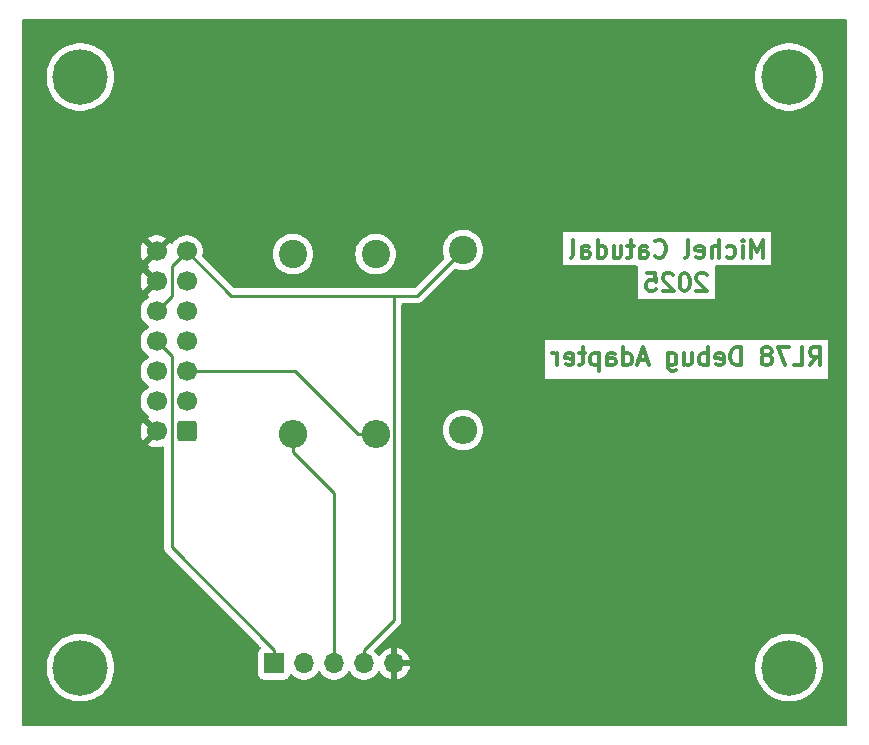
<source format=gbl>
G04 #@! TF.GenerationSoftware,KiCad,Pcbnew,8.0.6*
G04 #@! TF.CreationDate,2025-01-18T13:28:53-05:00*
G04 #@! TF.ProjectId,rl78_debug_adapter_rev5,726c3738-5f64-4656-9275-675f61646170,rev?*
G04 #@! TF.SameCoordinates,Original*
G04 #@! TF.FileFunction,Copper,L2,Bot*
G04 #@! TF.FilePolarity,Positive*
%FSLAX46Y46*%
G04 Gerber Fmt 4.6, Leading zero omitted, Abs format (unit mm)*
G04 Created by KiCad (PCBNEW 8.0.6) date 2025-01-18 13:28:53*
%MOMM*%
%LPD*%
G01*
G04 APERTURE LIST*
G04 Aperture macros list*
%AMRoundRect*
0 Rectangle with rounded corners*
0 $1 Rounding radius*
0 $2 $3 $4 $5 $6 $7 $8 $9 X,Y pos of 4 corners*
0 Add a 4 corners polygon primitive as box body*
4,1,4,$2,$3,$4,$5,$6,$7,$8,$9,$2,$3,0*
0 Add four circle primitives for the rounded corners*
1,1,$1+$1,$2,$3*
1,1,$1+$1,$4,$5*
1,1,$1+$1,$6,$7*
1,1,$1+$1,$8,$9*
0 Add four rect primitives between the rounded corners*
20,1,$1+$1,$2,$3,$4,$5,0*
20,1,$1+$1,$4,$5,$6,$7,0*
20,1,$1+$1,$6,$7,$8,$9,0*
20,1,$1+$1,$8,$9,$2,$3,0*%
G04 Aperture macros list end*
%ADD10C,0.300000*%
G04 #@! TA.AperFunction,NonConductor*
%ADD11C,0.300000*%
G04 #@! TD*
G04 #@! TA.AperFunction,ComponentPad*
%ADD12RoundRect,0.250000X0.600000X0.600000X-0.600000X0.600000X-0.600000X-0.600000X0.600000X-0.600000X0*%
G04 #@! TD*
G04 #@! TA.AperFunction,ComponentPad*
%ADD13C,1.700000*%
G04 #@! TD*
G04 #@! TA.AperFunction,ComponentPad*
%ADD14R,1.700000X1.700000*%
G04 #@! TD*
G04 #@! TA.AperFunction,ComponentPad*
%ADD15O,1.700000X1.700000*%
G04 #@! TD*
G04 #@! TA.AperFunction,ComponentPad*
%ADD16C,2.400000*%
G04 #@! TD*
G04 #@! TA.AperFunction,ComponentPad*
%ADD17O,2.400000X2.400000*%
G04 #@! TD*
G04 #@! TA.AperFunction,ComponentPad*
%ADD18C,4.700000*%
G04 #@! TD*
G04 #@! TA.AperFunction,Conductor*
%ADD19C,0.250000*%
G04 #@! TD*
G04 APERTURE END LIST*
D10*
D11*
X118021427Y-51771185D02*
X117949999Y-51699757D01*
X117949999Y-51699757D02*
X117807142Y-51628328D01*
X117807142Y-51628328D02*
X117449999Y-51628328D01*
X117449999Y-51628328D02*
X117307142Y-51699757D01*
X117307142Y-51699757D02*
X117235713Y-51771185D01*
X117235713Y-51771185D02*
X117164284Y-51914042D01*
X117164284Y-51914042D02*
X117164284Y-52056900D01*
X117164284Y-52056900D02*
X117235713Y-52271185D01*
X117235713Y-52271185D02*
X118092856Y-53128328D01*
X118092856Y-53128328D02*
X117164284Y-53128328D01*
X116235713Y-51628328D02*
X116092856Y-51628328D01*
X116092856Y-51628328D02*
X115949999Y-51699757D01*
X115949999Y-51699757D02*
X115878571Y-51771185D01*
X115878571Y-51771185D02*
X115807142Y-51914042D01*
X115807142Y-51914042D02*
X115735713Y-52199757D01*
X115735713Y-52199757D02*
X115735713Y-52556900D01*
X115735713Y-52556900D02*
X115807142Y-52842614D01*
X115807142Y-52842614D02*
X115878571Y-52985471D01*
X115878571Y-52985471D02*
X115949999Y-53056900D01*
X115949999Y-53056900D02*
X116092856Y-53128328D01*
X116092856Y-53128328D02*
X116235713Y-53128328D01*
X116235713Y-53128328D02*
X116378571Y-53056900D01*
X116378571Y-53056900D02*
X116449999Y-52985471D01*
X116449999Y-52985471D02*
X116521428Y-52842614D01*
X116521428Y-52842614D02*
X116592856Y-52556900D01*
X116592856Y-52556900D02*
X116592856Y-52199757D01*
X116592856Y-52199757D02*
X116521428Y-51914042D01*
X116521428Y-51914042D02*
X116449999Y-51771185D01*
X116449999Y-51771185D02*
X116378571Y-51699757D01*
X116378571Y-51699757D02*
X116235713Y-51628328D01*
X115164285Y-51771185D02*
X115092857Y-51699757D01*
X115092857Y-51699757D02*
X114950000Y-51628328D01*
X114950000Y-51628328D02*
X114592857Y-51628328D01*
X114592857Y-51628328D02*
X114450000Y-51699757D01*
X114450000Y-51699757D02*
X114378571Y-51771185D01*
X114378571Y-51771185D02*
X114307142Y-51914042D01*
X114307142Y-51914042D02*
X114307142Y-52056900D01*
X114307142Y-52056900D02*
X114378571Y-52271185D01*
X114378571Y-52271185D02*
X115235714Y-53128328D01*
X115235714Y-53128328D02*
X114307142Y-53128328D01*
X112950000Y-51628328D02*
X113664286Y-51628328D01*
X113664286Y-51628328D02*
X113735714Y-52342614D01*
X113735714Y-52342614D02*
X113664286Y-52271185D01*
X113664286Y-52271185D02*
X113521429Y-52199757D01*
X113521429Y-52199757D02*
X113164286Y-52199757D01*
X113164286Y-52199757D02*
X113021429Y-52271185D01*
X113021429Y-52271185D02*
X112950000Y-52342614D01*
X112950000Y-52342614D02*
X112878571Y-52485471D01*
X112878571Y-52485471D02*
X112878571Y-52842614D01*
X112878571Y-52842614D02*
X112950000Y-52985471D01*
X112950000Y-52985471D02*
X113021429Y-53056900D01*
X113021429Y-53056900D02*
X113164286Y-53128328D01*
X113164286Y-53128328D02*
X113521429Y-53128328D01*
X113521429Y-53128328D02*
X113664286Y-53056900D01*
X113664286Y-53056900D02*
X113735714Y-52985471D01*
D10*
D11*
X126751542Y-59395928D02*
X127251542Y-58681642D01*
X127608685Y-59395928D02*
X127608685Y-57895928D01*
X127608685Y-57895928D02*
X127037256Y-57895928D01*
X127037256Y-57895928D02*
X126894399Y-57967357D01*
X126894399Y-57967357D02*
X126822970Y-58038785D01*
X126822970Y-58038785D02*
X126751542Y-58181642D01*
X126751542Y-58181642D02*
X126751542Y-58395928D01*
X126751542Y-58395928D02*
X126822970Y-58538785D01*
X126822970Y-58538785D02*
X126894399Y-58610214D01*
X126894399Y-58610214D02*
X127037256Y-58681642D01*
X127037256Y-58681642D02*
X127608685Y-58681642D01*
X125394399Y-59395928D02*
X126108685Y-59395928D01*
X126108685Y-59395928D02*
X126108685Y-57895928D01*
X125037256Y-57895928D02*
X124037256Y-57895928D01*
X124037256Y-57895928D02*
X124680113Y-59395928D01*
X123251542Y-58538785D02*
X123394399Y-58467357D01*
X123394399Y-58467357D02*
X123465828Y-58395928D01*
X123465828Y-58395928D02*
X123537256Y-58253071D01*
X123537256Y-58253071D02*
X123537256Y-58181642D01*
X123537256Y-58181642D02*
X123465828Y-58038785D01*
X123465828Y-58038785D02*
X123394399Y-57967357D01*
X123394399Y-57967357D02*
X123251542Y-57895928D01*
X123251542Y-57895928D02*
X122965828Y-57895928D01*
X122965828Y-57895928D02*
X122822971Y-57967357D01*
X122822971Y-57967357D02*
X122751542Y-58038785D01*
X122751542Y-58038785D02*
X122680113Y-58181642D01*
X122680113Y-58181642D02*
X122680113Y-58253071D01*
X122680113Y-58253071D02*
X122751542Y-58395928D01*
X122751542Y-58395928D02*
X122822971Y-58467357D01*
X122822971Y-58467357D02*
X122965828Y-58538785D01*
X122965828Y-58538785D02*
X123251542Y-58538785D01*
X123251542Y-58538785D02*
X123394399Y-58610214D01*
X123394399Y-58610214D02*
X123465828Y-58681642D01*
X123465828Y-58681642D02*
X123537256Y-58824500D01*
X123537256Y-58824500D02*
X123537256Y-59110214D01*
X123537256Y-59110214D02*
X123465828Y-59253071D01*
X123465828Y-59253071D02*
X123394399Y-59324500D01*
X123394399Y-59324500D02*
X123251542Y-59395928D01*
X123251542Y-59395928D02*
X122965828Y-59395928D01*
X122965828Y-59395928D02*
X122822971Y-59324500D01*
X122822971Y-59324500D02*
X122751542Y-59253071D01*
X122751542Y-59253071D02*
X122680113Y-59110214D01*
X122680113Y-59110214D02*
X122680113Y-58824500D01*
X122680113Y-58824500D02*
X122751542Y-58681642D01*
X122751542Y-58681642D02*
X122822971Y-58610214D01*
X122822971Y-58610214D02*
X122965828Y-58538785D01*
X120894400Y-59395928D02*
X120894400Y-57895928D01*
X120894400Y-57895928D02*
X120537257Y-57895928D01*
X120537257Y-57895928D02*
X120322971Y-57967357D01*
X120322971Y-57967357D02*
X120180114Y-58110214D01*
X120180114Y-58110214D02*
X120108685Y-58253071D01*
X120108685Y-58253071D02*
X120037257Y-58538785D01*
X120037257Y-58538785D02*
X120037257Y-58753071D01*
X120037257Y-58753071D02*
X120108685Y-59038785D01*
X120108685Y-59038785D02*
X120180114Y-59181642D01*
X120180114Y-59181642D02*
X120322971Y-59324500D01*
X120322971Y-59324500D02*
X120537257Y-59395928D01*
X120537257Y-59395928D02*
X120894400Y-59395928D01*
X118822971Y-59324500D02*
X118965828Y-59395928D01*
X118965828Y-59395928D02*
X119251543Y-59395928D01*
X119251543Y-59395928D02*
X119394400Y-59324500D01*
X119394400Y-59324500D02*
X119465828Y-59181642D01*
X119465828Y-59181642D02*
X119465828Y-58610214D01*
X119465828Y-58610214D02*
X119394400Y-58467357D01*
X119394400Y-58467357D02*
X119251543Y-58395928D01*
X119251543Y-58395928D02*
X118965828Y-58395928D01*
X118965828Y-58395928D02*
X118822971Y-58467357D01*
X118822971Y-58467357D02*
X118751543Y-58610214D01*
X118751543Y-58610214D02*
X118751543Y-58753071D01*
X118751543Y-58753071D02*
X119465828Y-58895928D01*
X118108686Y-59395928D02*
X118108686Y-57895928D01*
X118108686Y-58467357D02*
X117965829Y-58395928D01*
X117965829Y-58395928D02*
X117680114Y-58395928D01*
X117680114Y-58395928D02*
X117537257Y-58467357D01*
X117537257Y-58467357D02*
X117465829Y-58538785D01*
X117465829Y-58538785D02*
X117394400Y-58681642D01*
X117394400Y-58681642D02*
X117394400Y-59110214D01*
X117394400Y-59110214D02*
X117465829Y-59253071D01*
X117465829Y-59253071D02*
X117537257Y-59324500D01*
X117537257Y-59324500D02*
X117680114Y-59395928D01*
X117680114Y-59395928D02*
X117965829Y-59395928D01*
X117965829Y-59395928D02*
X118108686Y-59324500D01*
X116108686Y-58395928D02*
X116108686Y-59395928D01*
X116751543Y-58395928D02*
X116751543Y-59181642D01*
X116751543Y-59181642D02*
X116680114Y-59324500D01*
X116680114Y-59324500D02*
X116537257Y-59395928D01*
X116537257Y-59395928D02*
X116322971Y-59395928D01*
X116322971Y-59395928D02*
X116180114Y-59324500D01*
X116180114Y-59324500D02*
X116108686Y-59253071D01*
X114751543Y-58395928D02*
X114751543Y-59610214D01*
X114751543Y-59610214D02*
X114822971Y-59753071D01*
X114822971Y-59753071D02*
X114894400Y-59824500D01*
X114894400Y-59824500D02*
X115037257Y-59895928D01*
X115037257Y-59895928D02*
X115251543Y-59895928D01*
X115251543Y-59895928D02*
X115394400Y-59824500D01*
X114751543Y-59324500D02*
X114894400Y-59395928D01*
X114894400Y-59395928D02*
X115180114Y-59395928D01*
X115180114Y-59395928D02*
X115322971Y-59324500D01*
X115322971Y-59324500D02*
X115394400Y-59253071D01*
X115394400Y-59253071D02*
X115465828Y-59110214D01*
X115465828Y-59110214D02*
X115465828Y-58681642D01*
X115465828Y-58681642D02*
X115394400Y-58538785D01*
X115394400Y-58538785D02*
X115322971Y-58467357D01*
X115322971Y-58467357D02*
X115180114Y-58395928D01*
X115180114Y-58395928D02*
X114894400Y-58395928D01*
X114894400Y-58395928D02*
X114751543Y-58467357D01*
X112965828Y-58967357D02*
X112251543Y-58967357D01*
X113108685Y-59395928D02*
X112608685Y-57895928D01*
X112608685Y-57895928D02*
X112108685Y-59395928D01*
X110965829Y-59395928D02*
X110965829Y-57895928D01*
X110965829Y-59324500D02*
X111108686Y-59395928D01*
X111108686Y-59395928D02*
X111394400Y-59395928D01*
X111394400Y-59395928D02*
X111537257Y-59324500D01*
X111537257Y-59324500D02*
X111608686Y-59253071D01*
X111608686Y-59253071D02*
X111680114Y-59110214D01*
X111680114Y-59110214D02*
X111680114Y-58681642D01*
X111680114Y-58681642D02*
X111608686Y-58538785D01*
X111608686Y-58538785D02*
X111537257Y-58467357D01*
X111537257Y-58467357D02*
X111394400Y-58395928D01*
X111394400Y-58395928D02*
X111108686Y-58395928D01*
X111108686Y-58395928D02*
X110965829Y-58467357D01*
X109608686Y-59395928D02*
X109608686Y-58610214D01*
X109608686Y-58610214D02*
X109680114Y-58467357D01*
X109680114Y-58467357D02*
X109822971Y-58395928D01*
X109822971Y-58395928D02*
X110108686Y-58395928D01*
X110108686Y-58395928D02*
X110251543Y-58467357D01*
X109608686Y-59324500D02*
X109751543Y-59395928D01*
X109751543Y-59395928D02*
X110108686Y-59395928D01*
X110108686Y-59395928D02*
X110251543Y-59324500D01*
X110251543Y-59324500D02*
X110322971Y-59181642D01*
X110322971Y-59181642D02*
X110322971Y-59038785D01*
X110322971Y-59038785D02*
X110251543Y-58895928D01*
X110251543Y-58895928D02*
X110108686Y-58824500D01*
X110108686Y-58824500D02*
X109751543Y-58824500D01*
X109751543Y-58824500D02*
X109608686Y-58753071D01*
X108894400Y-58395928D02*
X108894400Y-59895928D01*
X108894400Y-58467357D02*
X108751543Y-58395928D01*
X108751543Y-58395928D02*
X108465828Y-58395928D01*
X108465828Y-58395928D02*
X108322971Y-58467357D01*
X108322971Y-58467357D02*
X108251543Y-58538785D01*
X108251543Y-58538785D02*
X108180114Y-58681642D01*
X108180114Y-58681642D02*
X108180114Y-59110214D01*
X108180114Y-59110214D02*
X108251543Y-59253071D01*
X108251543Y-59253071D02*
X108322971Y-59324500D01*
X108322971Y-59324500D02*
X108465828Y-59395928D01*
X108465828Y-59395928D02*
X108751543Y-59395928D01*
X108751543Y-59395928D02*
X108894400Y-59324500D01*
X107751542Y-58395928D02*
X107180114Y-58395928D01*
X107537257Y-57895928D02*
X107537257Y-59181642D01*
X107537257Y-59181642D02*
X107465828Y-59324500D01*
X107465828Y-59324500D02*
X107322971Y-59395928D01*
X107322971Y-59395928D02*
X107180114Y-59395928D01*
X106108685Y-59324500D02*
X106251542Y-59395928D01*
X106251542Y-59395928D02*
X106537257Y-59395928D01*
X106537257Y-59395928D02*
X106680114Y-59324500D01*
X106680114Y-59324500D02*
X106751542Y-59181642D01*
X106751542Y-59181642D02*
X106751542Y-58610214D01*
X106751542Y-58610214D02*
X106680114Y-58467357D01*
X106680114Y-58467357D02*
X106537257Y-58395928D01*
X106537257Y-58395928D02*
X106251542Y-58395928D01*
X106251542Y-58395928D02*
X106108685Y-58467357D01*
X106108685Y-58467357D02*
X106037257Y-58610214D01*
X106037257Y-58610214D02*
X106037257Y-58753071D01*
X106037257Y-58753071D02*
X106751542Y-58895928D01*
X105394400Y-59395928D02*
X105394400Y-58395928D01*
X105394400Y-58681642D02*
X105322971Y-58538785D01*
X105322971Y-58538785D02*
X105251543Y-58467357D01*
X105251543Y-58467357D02*
X105108685Y-58395928D01*
X105108685Y-58395928D02*
X104965828Y-58395928D01*
D10*
D11*
X122796428Y-50278328D02*
X122796428Y-48778328D01*
X122796428Y-48778328D02*
X122296428Y-49849757D01*
X122296428Y-49849757D02*
X121796428Y-48778328D01*
X121796428Y-48778328D02*
X121796428Y-50278328D01*
X121082142Y-50278328D02*
X121082142Y-49278328D01*
X121082142Y-48778328D02*
X121153570Y-48849757D01*
X121153570Y-48849757D02*
X121082142Y-48921185D01*
X121082142Y-48921185D02*
X121010713Y-48849757D01*
X121010713Y-48849757D02*
X121082142Y-48778328D01*
X121082142Y-48778328D02*
X121082142Y-48921185D01*
X119724999Y-50206900D02*
X119867856Y-50278328D01*
X119867856Y-50278328D02*
X120153570Y-50278328D01*
X120153570Y-50278328D02*
X120296427Y-50206900D01*
X120296427Y-50206900D02*
X120367856Y-50135471D01*
X120367856Y-50135471D02*
X120439284Y-49992614D01*
X120439284Y-49992614D02*
X120439284Y-49564042D01*
X120439284Y-49564042D02*
X120367856Y-49421185D01*
X120367856Y-49421185D02*
X120296427Y-49349757D01*
X120296427Y-49349757D02*
X120153570Y-49278328D01*
X120153570Y-49278328D02*
X119867856Y-49278328D01*
X119867856Y-49278328D02*
X119724999Y-49349757D01*
X119082142Y-50278328D02*
X119082142Y-48778328D01*
X118439285Y-50278328D02*
X118439285Y-49492614D01*
X118439285Y-49492614D02*
X118510713Y-49349757D01*
X118510713Y-49349757D02*
X118653570Y-49278328D01*
X118653570Y-49278328D02*
X118867856Y-49278328D01*
X118867856Y-49278328D02*
X119010713Y-49349757D01*
X119010713Y-49349757D02*
X119082142Y-49421185D01*
X117153570Y-50206900D02*
X117296427Y-50278328D01*
X117296427Y-50278328D02*
X117582142Y-50278328D01*
X117582142Y-50278328D02*
X117724999Y-50206900D01*
X117724999Y-50206900D02*
X117796427Y-50064042D01*
X117796427Y-50064042D02*
X117796427Y-49492614D01*
X117796427Y-49492614D02*
X117724999Y-49349757D01*
X117724999Y-49349757D02*
X117582142Y-49278328D01*
X117582142Y-49278328D02*
X117296427Y-49278328D01*
X117296427Y-49278328D02*
X117153570Y-49349757D01*
X117153570Y-49349757D02*
X117082142Y-49492614D01*
X117082142Y-49492614D02*
X117082142Y-49635471D01*
X117082142Y-49635471D02*
X117796427Y-49778328D01*
X116224999Y-50278328D02*
X116367856Y-50206900D01*
X116367856Y-50206900D02*
X116439285Y-50064042D01*
X116439285Y-50064042D02*
X116439285Y-48778328D01*
X113653571Y-50135471D02*
X113724999Y-50206900D01*
X113724999Y-50206900D02*
X113939285Y-50278328D01*
X113939285Y-50278328D02*
X114082142Y-50278328D01*
X114082142Y-50278328D02*
X114296428Y-50206900D01*
X114296428Y-50206900D02*
X114439285Y-50064042D01*
X114439285Y-50064042D02*
X114510714Y-49921185D01*
X114510714Y-49921185D02*
X114582142Y-49635471D01*
X114582142Y-49635471D02*
X114582142Y-49421185D01*
X114582142Y-49421185D02*
X114510714Y-49135471D01*
X114510714Y-49135471D02*
X114439285Y-48992614D01*
X114439285Y-48992614D02*
X114296428Y-48849757D01*
X114296428Y-48849757D02*
X114082142Y-48778328D01*
X114082142Y-48778328D02*
X113939285Y-48778328D01*
X113939285Y-48778328D02*
X113724999Y-48849757D01*
X113724999Y-48849757D02*
X113653571Y-48921185D01*
X112367857Y-50278328D02*
X112367857Y-49492614D01*
X112367857Y-49492614D02*
X112439285Y-49349757D01*
X112439285Y-49349757D02*
X112582142Y-49278328D01*
X112582142Y-49278328D02*
X112867857Y-49278328D01*
X112867857Y-49278328D02*
X113010714Y-49349757D01*
X112367857Y-50206900D02*
X112510714Y-50278328D01*
X112510714Y-50278328D02*
X112867857Y-50278328D01*
X112867857Y-50278328D02*
X113010714Y-50206900D01*
X113010714Y-50206900D02*
X113082142Y-50064042D01*
X113082142Y-50064042D02*
X113082142Y-49921185D01*
X113082142Y-49921185D02*
X113010714Y-49778328D01*
X113010714Y-49778328D02*
X112867857Y-49706900D01*
X112867857Y-49706900D02*
X112510714Y-49706900D01*
X112510714Y-49706900D02*
X112367857Y-49635471D01*
X111867856Y-49278328D02*
X111296428Y-49278328D01*
X111653571Y-48778328D02*
X111653571Y-50064042D01*
X111653571Y-50064042D02*
X111582142Y-50206900D01*
X111582142Y-50206900D02*
X111439285Y-50278328D01*
X111439285Y-50278328D02*
X111296428Y-50278328D01*
X110153571Y-49278328D02*
X110153571Y-50278328D01*
X110796428Y-49278328D02*
X110796428Y-50064042D01*
X110796428Y-50064042D02*
X110724999Y-50206900D01*
X110724999Y-50206900D02*
X110582142Y-50278328D01*
X110582142Y-50278328D02*
X110367856Y-50278328D01*
X110367856Y-50278328D02*
X110224999Y-50206900D01*
X110224999Y-50206900D02*
X110153571Y-50135471D01*
X108796428Y-50278328D02*
X108796428Y-48778328D01*
X108796428Y-50206900D02*
X108939285Y-50278328D01*
X108939285Y-50278328D02*
X109224999Y-50278328D01*
X109224999Y-50278328D02*
X109367856Y-50206900D01*
X109367856Y-50206900D02*
X109439285Y-50135471D01*
X109439285Y-50135471D02*
X109510713Y-49992614D01*
X109510713Y-49992614D02*
X109510713Y-49564042D01*
X109510713Y-49564042D02*
X109439285Y-49421185D01*
X109439285Y-49421185D02*
X109367856Y-49349757D01*
X109367856Y-49349757D02*
X109224999Y-49278328D01*
X109224999Y-49278328D02*
X108939285Y-49278328D01*
X108939285Y-49278328D02*
X108796428Y-49349757D01*
X107439285Y-50278328D02*
X107439285Y-49492614D01*
X107439285Y-49492614D02*
X107510713Y-49349757D01*
X107510713Y-49349757D02*
X107653570Y-49278328D01*
X107653570Y-49278328D02*
X107939285Y-49278328D01*
X107939285Y-49278328D02*
X108082142Y-49349757D01*
X107439285Y-50206900D02*
X107582142Y-50278328D01*
X107582142Y-50278328D02*
X107939285Y-50278328D01*
X107939285Y-50278328D02*
X108082142Y-50206900D01*
X108082142Y-50206900D02*
X108153570Y-50064042D01*
X108153570Y-50064042D02*
X108153570Y-49921185D01*
X108153570Y-49921185D02*
X108082142Y-49778328D01*
X108082142Y-49778328D02*
X107939285Y-49706900D01*
X107939285Y-49706900D02*
X107582142Y-49706900D01*
X107582142Y-49706900D02*
X107439285Y-49635471D01*
X106510713Y-50278328D02*
X106653570Y-50206900D01*
X106653570Y-50206900D02*
X106724999Y-50064042D01*
X106724999Y-50064042D02*
X106724999Y-48778328D01*
D12*
X74000000Y-65000000D03*
D13*
X71460000Y-65000000D03*
X74000000Y-62460000D03*
X71460000Y-62460000D03*
X74000000Y-59920000D03*
X71460000Y-59920000D03*
X74000000Y-57380000D03*
X71460000Y-57380000D03*
X74000000Y-54840000D03*
X71460000Y-54840000D03*
X74000000Y-52300000D03*
X71460000Y-52300000D03*
X74000000Y-49760000D03*
X71460000Y-49760000D03*
D14*
X81400000Y-84650000D03*
D15*
X83940000Y-84650000D03*
X86480000Y-84650000D03*
X89020000Y-84650000D03*
X91560000Y-84650000D03*
D16*
X90000000Y-50000000D03*
D17*
X90000000Y-65240000D03*
D16*
X83000000Y-50000000D03*
D17*
X83000000Y-65240000D03*
D16*
X97400000Y-49650000D03*
D17*
X97400000Y-64890000D03*
D18*
X125000000Y-85000000D03*
X65000000Y-35000000D03*
X65000000Y-85000000D03*
X125000000Y-35000000D03*
D19*
X72730000Y-74803300D02*
X72730000Y-58650000D01*
X81400000Y-84650000D02*
X81400000Y-83473300D01*
X81400000Y-83473300D02*
X72730000Y-74803300D01*
X72730000Y-58650000D02*
X71460000Y-57380000D01*
X90000000Y-65240000D02*
X88473300Y-65240000D01*
X83153300Y-59920000D02*
X74000000Y-59920000D01*
X88473300Y-65240000D02*
X83153300Y-59920000D01*
X83000000Y-66766700D02*
X86480000Y-70246700D01*
X83000000Y-65240000D02*
X83000000Y-66766700D01*
X86480000Y-70246700D02*
X86480000Y-84650000D01*
X97400000Y-49650000D02*
X93525000Y-53525000D01*
X89020000Y-83473300D02*
X91554100Y-80939200D01*
X74000000Y-49760000D02*
X72730000Y-51030000D01*
X93525000Y-53525000D02*
X91554100Y-53525000D01*
X72730000Y-53570000D02*
X71460000Y-54840000D01*
X91554100Y-80939200D02*
X91554100Y-53525000D01*
X72730000Y-51030000D02*
X72730000Y-53570000D01*
X91554100Y-53525000D02*
X77765000Y-53525000D01*
X77765000Y-53525000D02*
X74000000Y-49760000D01*
X89020000Y-84650000D02*
X89020000Y-83473300D01*
G04 #@! TA.AperFunction,Conductor*
G36*
X129866621Y-30095502D02*
G01*
X129913114Y-30149158D01*
X129924500Y-30201500D01*
X129924500Y-89798500D01*
X129904498Y-89866621D01*
X129850842Y-89913114D01*
X129798500Y-89924500D01*
X60201500Y-89924500D01*
X60133379Y-89904498D01*
X60086886Y-89850842D01*
X60075500Y-89798500D01*
X60075500Y-85000000D01*
X62136656Y-85000000D01*
X62156016Y-85332403D01*
X62156016Y-85332409D01*
X62156017Y-85332414D01*
X62213838Y-85660333D01*
X62309337Y-85979321D01*
X62309339Y-85979327D01*
X62309340Y-85979328D01*
X62441220Y-86285063D01*
X62441222Y-86285066D01*
X62607711Y-86573433D01*
X62607714Y-86573437D01*
X62806552Y-86840523D01*
X63035057Y-87082724D01*
X63290134Y-87296758D01*
X63568320Y-87479724D01*
X63568328Y-87479729D01*
X63865887Y-87629169D01*
X64022335Y-87686111D01*
X64178775Y-87743051D01*
X64178776Y-87743051D01*
X64178784Y-87743054D01*
X64502786Y-87819843D01*
X64691771Y-87841932D01*
X64833508Y-87858500D01*
X64833511Y-87858500D01*
X65166492Y-87858500D01*
X65290510Y-87844003D01*
X65497214Y-87819843D01*
X65821216Y-87743054D01*
X66134113Y-87629169D01*
X66431672Y-87479729D01*
X66709870Y-87296755D01*
X66964946Y-87082721D01*
X67193449Y-86840522D01*
X67392289Y-86573433D01*
X67558778Y-86285066D01*
X67690663Y-85979321D01*
X67786162Y-85660333D01*
X67843983Y-85332414D01*
X67863344Y-85000000D01*
X67843983Y-84667586D01*
X67786162Y-84339667D01*
X67690663Y-84020679D01*
X67558778Y-83714934D01*
X67392289Y-83426567D01*
X67193449Y-83159478D01*
X66964946Y-82917279D01*
X66964944Y-82917278D01*
X66964942Y-82917275D01*
X66709865Y-82703241D01*
X66431679Y-82520275D01*
X66431675Y-82520273D01*
X66431672Y-82520271D01*
X66134113Y-82370831D01*
X66134108Y-82370829D01*
X66134103Y-82370827D01*
X65821224Y-82256948D01*
X65821217Y-82256946D01*
X65821216Y-82256946D01*
X65639258Y-82213821D01*
X65497219Y-82180158D01*
X65497209Y-82180156D01*
X65166492Y-82141500D01*
X65166489Y-82141500D01*
X64833511Y-82141500D01*
X64833508Y-82141500D01*
X64502790Y-82180156D01*
X64502780Y-82180158D01*
X64178784Y-82256946D01*
X64178775Y-82256948D01*
X63865896Y-82370827D01*
X63865891Y-82370829D01*
X63568320Y-82520275D01*
X63290134Y-82703241D01*
X63035057Y-82917275D01*
X62806552Y-83159476D01*
X62607714Y-83426562D01*
X62607704Y-83426578D01*
X62441223Y-83714931D01*
X62441220Y-83714936D01*
X62309340Y-84020671D01*
X62309338Y-84020677D01*
X62213838Y-84339666D01*
X62156016Y-84667590D01*
X62156016Y-84667596D01*
X62136656Y-85000000D01*
X60075500Y-85000000D01*
X60075500Y-54840000D01*
X70096844Y-54840000D01*
X70115437Y-55064375D01*
X70170702Y-55282612D01*
X70170703Y-55282613D01*
X70261141Y-55488793D01*
X70384275Y-55677265D01*
X70384279Y-55677270D01*
X70536762Y-55842908D01*
X70591331Y-55885381D01*
X70714424Y-55981189D01*
X70747680Y-55999186D01*
X70798071Y-56049200D01*
X70813423Y-56118516D01*
X70788862Y-56185129D01*
X70747680Y-56220813D01*
X70714426Y-56238810D01*
X70714424Y-56238811D01*
X70536762Y-56377091D01*
X70384279Y-56542729D01*
X70384275Y-56542734D01*
X70261141Y-56731206D01*
X70170703Y-56937386D01*
X70170702Y-56937387D01*
X70115437Y-57155624D01*
X70115436Y-57155630D01*
X70115436Y-57155632D01*
X70096844Y-57380000D01*
X70115437Y-57604375D01*
X70170702Y-57822612D01*
X70170703Y-57822613D01*
X70261141Y-58028793D01*
X70384275Y-58217265D01*
X70384279Y-58217270D01*
X70536762Y-58382908D01*
X70591331Y-58425381D01*
X70714424Y-58521189D01*
X70747680Y-58539186D01*
X70798071Y-58589200D01*
X70813423Y-58658516D01*
X70788862Y-58725129D01*
X70747680Y-58760813D01*
X70714426Y-58778810D01*
X70714424Y-58778811D01*
X70536762Y-58917091D01*
X70384279Y-59082729D01*
X70384275Y-59082734D01*
X70261141Y-59271206D01*
X70170703Y-59477386D01*
X70170702Y-59477387D01*
X70115437Y-59695624D01*
X70096844Y-59920000D01*
X70115437Y-60144375D01*
X70170702Y-60362612D01*
X70170703Y-60362613D01*
X70261141Y-60568793D01*
X70384275Y-60757265D01*
X70384279Y-60757270D01*
X70536762Y-60922908D01*
X70591331Y-60965381D01*
X70714424Y-61061189D01*
X70747680Y-61079186D01*
X70798071Y-61129200D01*
X70813423Y-61198516D01*
X70788862Y-61265129D01*
X70747680Y-61300813D01*
X70714426Y-61318810D01*
X70714424Y-61318811D01*
X70536762Y-61457091D01*
X70384279Y-61622729D01*
X70384275Y-61622734D01*
X70261141Y-61811206D01*
X70170703Y-62017386D01*
X70170702Y-62017387D01*
X70115437Y-62235624D01*
X70096844Y-62460000D01*
X70115437Y-62684375D01*
X70170702Y-62902612D01*
X70170703Y-62902613D01*
X70261141Y-63108793D01*
X70384275Y-63297265D01*
X70384279Y-63297270D01*
X70536762Y-63462908D01*
X70536765Y-63462910D01*
X70714424Y-63601189D01*
X70748205Y-63619470D01*
X70798596Y-63669482D01*
X70813949Y-63738799D01*
X70789389Y-63805412D01*
X70748208Y-63841097D01*
X70714700Y-63859230D01*
X70714693Y-63859235D01*
X70694311Y-63875099D01*
X70694310Y-63875100D01*
X71335052Y-64515842D01*
X71267007Y-64534075D01*
X71152993Y-64599901D01*
X71059901Y-64692993D01*
X70994075Y-64807007D01*
X70975842Y-64875052D01*
X70336921Y-64236131D01*
X70336920Y-64236132D01*
X70261586Y-64351439D01*
X70261579Y-64351453D01*
X70171179Y-64557543D01*
X70171176Y-64557550D01*
X70115932Y-64775707D01*
X70097346Y-65000000D01*
X70115932Y-65224292D01*
X70171176Y-65442449D01*
X70171179Y-65442456D01*
X70261580Y-65648548D01*
X70336921Y-65763866D01*
X70975841Y-65124946D01*
X70994075Y-65192993D01*
X71059901Y-65307007D01*
X71152993Y-65400099D01*
X71267007Y-65465925D01*
X71335050Y-65484157D01*
X70694310Y-66124898D01*
X70714697Y-66140766D01*
X70714701Y-66140768D01*
X70912628Y-66247882D01*
X70912630Y-66247883D01*
X71125483Y-66320955D01*
X71125490Y-66320957D01*
X71347477Y-66358000D01*
X71572523Y-66358000D01*
X71794509Y-66320957D01*
X71794516Y-66320955D01*
X71929588Y-66274585D01*
X72000512Y-66271385D01*
X72061908Y-66307037D01*
X72094282Y-66370222D01*
X72096500Y-66393758D01*
X72096500Y-74740906D01*
X72096500Y-74865694D01*
X72120845Y-74988085D01*
X72168600Y-75103375D01*
X72237929Y-75207133D01*
X72237931Y-75207135D01*
X80244501Y-83213705D01*
X80278527Y-83276017D01*
X80273462Y-83346832D01*
X80230916Y-83403667D01*
X80186739Y-83436737D01*
X80099112Y-83553792D01*
X80099110Y-83553797D01*
X80048011Y-83690795D01*
X80048009Y-83690803D01*
X80041500Y-83751350D01*
X80041500Y-85548649D01*
X80048009Y-85609196D01*
X80048011Y-85609204D01*
X80099110Y-85746202D01*
X80099112Y-85746207D01*
X80186738Y-85863261D01*
X80303792Y-85950887D01*
X80303794Y-85950888D01*
X80303796Y-85950889D01*
X80357600Y-85970957D01*
X80440795Y-86001988D01*
X80440803Y-86001990D01*
X80501350Y-86008499D01*
X80501355Y-86008499D01*
X80501362Y-86008500D01*
X80501368Y-86008500D01*
X82298632Y-86008500D01*
X82298638Y-86008500D01*
X82298645Y-86008499D01*
X82298649Y-86008499D01*
X82359196Y-86001990D01*
X82359199Y-86001989D01*
X82359201Y-86001989D01*
X82496204Y-85950889D01*
X82566399Y-85898342D01*
X82613261Y-85863261D01*
X82700886Y-85746208D01*
X82700885Y-85746208D01*
X82700889Y-85746204D01*
X82744999Y-85627939D01*
X82787545Y-85571107D01*
X82854066Y-85546296D01*
X82923440Y-85561388D01*
X82955753Y-85586635D01*
X82976529Y-85609204D01*
X83016762Y-85652908D01*
X83026302Y-85660333D01*
X83194424Y-85791189D01*
X83392426Y-85898342D01*
X83392427Y-85898342D01*
X83392428Y-85898343D01*
X83504227Y-85936723D01*
X83605365Y-85971444D01*
X83827431Y-86008500D01*
X83827435Y-86008500D01*
X84052565Y-86008500D01*
X84052569Y-86008500D01*
X84274635Y-85971444D01*
X84487574Y-85898342D01*
X84685576Y-85791189D01*
X84863240Y-85652906D01*
X85015722Y-85487268D01*
X85104518Y-85351354D01*
X85158520Y-85305268D01*
X85228868Y-85295692D01*
X85293225Y-85325669D01*
X85315480Y-85351353D01*
X85348607Y-85402058D01*
X85404275Y-85487265D01*
X85404279Y-85487270D01*
X85556762Y-85652908D01*
X85566302Y-85660333D01*
X85734424Y-85791189D01*
X85932426Y-85898342D01*
X85932427Y-85898342D01*
X85932428Y-85898343D01*
X86044227Y-85936723D01*
X86145365Y-85971444D01*
X86367431Y-86008500D01*
X86367435Y-86008500D01*
X86592565Y-86008500D01*
X86592569Y-86008500D01*
X86814635Y-85971444D01*
X87027574Y-85898342D01*
X87225576Y-85791189D01*
X87403240Y-85652906D01*
X87555722Y-85487268D01*
X87644518Y-85351354D01*
X87698520Y-85305268D01*
X87768868Y-85295692D01*
X87833225Y-85325669D01*
X87855480Y-85351353D01*
X87888607Y-85402058D01*
X87944275Y-85487265D01*
X87944279Y-85487270D01*
X88096762Y-85652908D01*
X88106302Y-85660333D01*
X88274424Y-85791189D01*
X88472426Y-85898342D01*
X88472427Y-85898342D01*
X88472428Y-85898343D01*
X88584227Y-85936723D01*
X88685365Y-85971444D01*
X88907431Y-86008500D01*
X88907435Y-86008500D01*
X89132565Y-86008500D01*
X89132569Y-86008500D01*
X89354635Y-85971444D01*
X89567574Y-85898342D01*
X89765576Y-85791189D01*
X89943240Y-85652906D01*
X90095722Y-85487268D01*
X90184816Y-85350898D01*
X90238819Y-85304810D01*
X90309167Y-85295235D01*
X90373524Y-85325212D01*
X90395782Y-85350898D01*
X90484674Y-85486958D01*
X90637097Y-85652534D01*
X90814698Y-85790767D01*
X90814699Y-85790768D01*
X91012628Y-85897882D01*
X91012630Y-85897883D01*
X91225483Y-85970955D01*
X91225492Y-85970957D01*
X91306000Y-85984391D01*
X91306000Y-85080702D01*
X91367007Y-85115925D01*
X91494174Y-85150000D01*
X91625826Y-85150000D01*
X91752993Y-85115925D01*
X91814000Y-85080702D01*
X91814000Y-85984390D01*
X91894507Y-85970957D01*
X91894516Y-85970955D01*
X92107369Y-85897883D01*
X92107371Y-85897882D01*
X92305300Y-85790768D01*
X92305301Y-85790767D01*
X92482902Y-85652534D01*
X92635325Y-85486958D01*
X92758419Y-85298548D01*
X92848820Y-85092456D01*
X92848823Y-85092449D01*
X92872234Y-85000000D01*
X122136656Y-85000000D01*
X122156016Y-85332403D01*
X122156016Y-85332409D01*
X122156017Y-85332414D01*
X122213838Y-85660333D01*
X122309337Y-85979321D01*
X122309339Y-85979327D01*
X122309340Y-85979328D01*
X122441220Y-86285063D01*
X122441222Y-86285066D01*
X122607711Y-86573433D01*
X122607714Y-86573437D01*
X122806552Y-86840523D01*
X123035057Y-87082724D01*
X123290134Y-87296758D01*
X123568320Y-87479724D01*
X123568328Y-87479729D01*
X123865887Y-87629169D01*
X124022335Y-87686111D01*
X124178775Y-87743051D01*
X124178776Y-87743051D01*
X124178784Y-87743054D01*
X124502786Y-87819843D01*
X124691771Y-87841932D01*
X124833508Y-87858500D01*
X124833511Y-87858500D01*
X125166492Y-87858500D01*
X125290510Y-87844003D01*
X125497214Y-87819843D01*
X125821216Y-87743054D01*
X126134113Y-87629169D01*
X126431672Y-87479729D01*
X126709870Y-87296755D01*
X126964946Y-87082721D01*
X127193449Y-86840522D01*
X127392289Y-86573433D01*
X127558778Y-86285066D01*
X127690663Y-85979321D01*
X127786162Y-85660333D01*
X127843983Y-85332414D01*
X127863344Y-85000000D01*
X127843983Y-84667586D01*
X127786162Y-84339667D01*
X127690663Y-84020679D01*
X127558778Y-83714934D01*
X127392289Y-83426567D01*
X127193449Y-83159478D01*
X126964946Y-82917279D01*
X126964944Y-82917278D01*
X126964942Y-82917275D01*
X126709865Y-82703241D01*
X126431679Y-82520275D01*
X126431675Y-82520273D01*
X126431672Y-82520271D01*
X126134113Y-82370831D01*
X126134108Y-82370829D01*
X126134103Y-82370827D01*
X125821224Y-82256948D01*
X125821217Y-82256946D01*
X125821216Y-82256946D01*
X125639258Y-82213821D01*
X125497219Y-82180158D01*
X125497209Y-82180156D01*
X125166492Y-82141500D01*
X125166489Y-82141500D01*
X124833511Y-82141500D01*
X124833508Y-82141500D01*
X124502790Y-82180156D01*
X124502780Y-82180158D01*
X124178784Y-82256946D01*
X124178775Y-82256948D01*
X123865896Y-82370827D01*
X123865891Y-82370829D01*
X123568320Y-82520275D01*
X123290134Y-82703241D01*
X123035057Y-82917275D01*
X122806552Y-83159476D01*
X122607714Y-83426562D01*
X122607704Y-83426578D01*
X122441223Y-83714931D01*
X122441220Y-83714936D01*
X122309340Y-84020671D01*
X122309338Y-84020677D01*
X122213838Y-84339666D01*
X122156016Y-84667590D01*
X122156016Y-84667596D01*
X122136656Y-85000000D01*
X92872234Y-85000000D01*
X92896544Y-84904000D01*
X91990703Y-84904000D01*
X92025925Y-84842993D01*
X92060000Y-84715826D01*
X92060000Y-84584174D01*
X92025925Y-84457007D01*
X91990703Y-84396000D01*
X92896544Y-84396000D01*
X92896544Y-84395999D01*
X92848823Y-84207550D01*
X92848820Y-84207543D01*
X92758419Y-84001451D01*
X92635325Y-83813041D01*
X92482902Y-83647465D01*
X92305301Y-83509232D01*
X92305300Y-83509231D01*
X92107371Y-83402117D01*
X92107369Y-83402116D01*
X91894512Y-83329043D01*
X91894501Y-83329040D01*
X91814000Y-83315606D01*
X91814000Y-84219297D01*
X91752993Y-84184075D01*
X91625826Y-84150000D01*
X91494174Y-84150000D01*
X91367007Y-84184075D01*
X91306000Y-84219297D01*
X91306000Y-83315607D01*
X91305999Y-83315606D01*
X91225498Y-83329040D01*
X91225487Y-83329043D01*
X91012630Y-83402116D01*
X91012628Y-83402117D01*
X90814699Y-83509231D01*
X90814698Y-83509232D01*
X90637097Y-83647465D01*
X90484670Y-83813045D01*
X90395780Y-83949101D01*
X90341776Y-83995189D01*
X90271428Y-84004764D01*
X90207071Y-83974786D01*
X90184816Y-83949101D01*
X90145884Y-83889511D01*
X90095724Y-83812734D01*
X90095719Y-83812729D01*
X89943246Y-83647100D01*
X89943243Y-83647098D01*
X89943240Y-83647094D01*
X89942731Y-83646698D01*
X89942578Y-83646485D01*
X89939412Y-83643571D01*
X89940011Y-83642919D01*
X89901261Y-83589073D01*
X89897529Y-83518174D01*
X89931026Y-83458176D01*
X92046172Y-81343033D01*
X92115501Y-81239275D01*
X92163255Y-81123984D01*
X92187600Y-81001593D01*
X92187600Y-80876806D01*
X92187600Y-64890000D01*
X95686709Y-64890000D01*
X95705845Y-65145356D01*
X95762826Y-65395002D01*
X95762827Y-65395005D01*
X95856374Y-65633362D01*
X95856376Y-65633366D01*
X95984410Y-65855127D01*
X95984412Y-65855130D01*
X95984413Y-65855131D01*
X96144069Y-66055334D01*
X96331781Y-66229505D01*
X96331787Y-66229509D01*
X96543345Y-66373748D01*
X96543352Y-66373752D01*
X96543355Y-66373754D01*
X96608932Y-66405334D01*
X96774060Y-66484856D01*
X96774073Y-66484861D01*
X97018746Y-66560332D01*
X97018748Y-66560332D01*
X97018757Y-66560335D01*
X97271966Y-66598500D01*
X97271970Y-66598500D01*
X97528030Y-66598500D01*
X97528034Y-66598500D01*
X97781243Y-66560335D01*
X97781253Y-66560332D01*
X98025929Y-66484860D01*
X98025930Y-66484859D01*
X98025935Y-66484858D01*
X98256646Y-66373754D01*
X98468219Y-66229505D01*
X98655931Y-66055334D01*
X98815587Y-65855131D01*
X98943622Y-65633369D01*
X99037174Y-65395001D01*
X99094155Y-65145353D01*
X99113291Y-64890000D01*
X99094155Y-64634647D01*
X99037174Y-64384999D01*
X99024003Y-64351439D01*
X98943625Y-64146637D01*
X98943623Y-64146633D01*
X98902074Y-64074669D01*
X98816441Y-63926348D01*
X98815589Y-63924872D01*
X98796149Y-63900495D01*
X98655931Y-63724666D01*
X98468219Y-63550495D01*
X98256646Y-63406246D01*
X98256643Y-63406245D01*
X98256641Y-63406243D01*
X98256640Y-63406242D01*
X98025936Y-63295142D01*
X98025929Y-63295139D01*
X97781253Y-63219667D01*
X97781245Y-63219665D01*
X97781243Y-63219665D01*
X97528034Y-63181500D01*
X97271966Y-63181500D01*
X97018757Y-63219665D01*
X97018755Y-63219665D01*
X97018746Y-63219667D01*
X96774073Y-63295138D01*
X96774060Y-63295143D01*
X96543352Y-63406247D01*
X96543345Y-63406251D01*
X96331787Y-63550490D01*
X96331782Y-63550494D01*
X96144070Y-63724665D01*
X95984410Y-63924872D01*
X95856376Y-64146633D01*
X95856374Y-64146637D01*
X95762827Y-64384994D01*
X95762826Y-64384997D01*
X95705845Y-64634643D01*
X95686709Y-64890000D01*
X92187600Y-64890000D01*
X92187600Y-60561153D01*
X104302328Y-60561153D01*
X128272185Y-60561153D01*
X128272185Y-57230703D01*
X104302328Y-57230703D01*
X104302328Y-60561153D01*
X92187600Y-60561153D01*
X92187600Y-54284500D01*
X92207602Y-54216379D01*
X92261258Y-54169886D01*
X92313600Y-54158500D01*
X93587393Y-54158500D01*
X93587394Y-54158500D01*
X93709785Y-54134155D01*
X93825075Y-54086400D01*
X93928833Y-54017071D01*
X96664576Y-51281326D01*
X96726885Y-51247304D01*
X96790806Y-51250021D01*
X96865039Y-51272919D01*
X97018746Y-51320332D01*
X97018748Y-51320332D01*
X97018757Y-51320335D01*
X97271966Y-51358500D01*
X97271970Y-51358500D01*
X97528030Y-51358500D01*
X97528034Y-51358500D01*
X97781243Y-51320335D01*
X97781253Y-51320332D01*
X98025929Y-51244860D01*
X98025930Y-51244859D01*
X98025935Y-51244858D01*
X98256646Y-51133754D01*
X98468219Y-50989505D01*
X98517744Y-50943553D01*
X105845488Y-50943553D01*
X112087346Y-50943553D01*
X112155467Y-50963555D01*
X112201960Y-51017211D01*
X112213346Y-51069553D01*
X112213346Y-53793553D01*
X118756356Y-53793553D01*
X118756356Y-51069553D01*
X118776358Y-51001432D01*
X118830014Y-50954939D01*
X118882356Y-50943553D01*
X123461089Y-50943553D01*
X123461089Y-48113103D01*
X105845488Y-48113103D01*
X105845488Y-50943553D01*
X98517744Y-50943553D01*
X98655931Y-50815334D01*
X98815587Y-50615131D01*
X98943622Y-50393369D01*
X98948287Y-50381484D01*
X99000721Y-50247883D01*
X99037174Y-50155001D01*
X99094155Y-49905353D01*
X99113291Y-49650000D01*
X99094155Y-49394647D01*
X99037174Y-49144999D01*
X99024003Y-49111439D01*
X98943625Y-48906637D01*
X98943623Y-48906633D01*
X98815589Y-48684872D01*
X98796149Y-48660495D01*
X98655931Y-48484666D01*
X98468219Y-48310495D01*
X98256646Y-48166246D01*
X98256643Y-48166245D01*
X98256641Y-48166243D01*
X98256640Y-48166242D01*
X98025936Y-48055142D01*
X98025929Y-48055139D01*
X97781253Y-47979667D01*
X97781245Y-47979665D01*
X97781243Y-47979665D01*
X97528034Y-47941500D01*
X97271966Y-47941500D01*
X97018757Y-47979665D01*
X97018755Y-47979665D01*
X97018746Y-47979667D01*
X96774073Y-48055138D01*
X96774060Y-48055143D01*
X96543352Y-48166247D01*
X96543345Y-48166251D01*
X96331787Y-48310490D01*
X96331782Y-48310494D01*
X96229775Y-48405143D01*
X96144069Y-48484666D01*
X96122178Y-48512117D01*
X95984410Y-48684872D01*
X95856376Y-48906633D01*
X95856374Y-48906637D01*
X95762827Y-49144994D01*
X95762826Y-49144997D01*
X95705845Y-49394643D01*
X95686709Y-49650000D01*
X95705845Y-49905356D01*
X95762826Y-50155002D01*
X95762828Y-50155009D01*
X95799278Y-50247883D01*
X95805546Y-50318602D01*
X95772585Y-50381484D01*
X95771084Y-50383010D01*
X93299499Y-52854596D01*
X93237189Y-52888620D01*
X93210406Y-52891500D01*
X78079594Y-52891500D01*
X78011473Y-52871498D01*
X77990499Y-52854595D01*
X75349866Y-50213962D01*
X75315840Y-50151650D01*
X75316816Y-50093937D01*
X75340605Y-50000000D01*
X81286709Y-50000000D01*
X81305845Y-50255356D01*
X81362826Y-50505002D01*
X81362827Y-50505005D01*
X81456374Y-50743362D01*
X81456376Y-50743366D01*
X81584410Y-50965127D01*
X81584412Y-50965130D01*
X81584413Y-50965131D01*
X81744069Y-51165334D01*
X81931781Y-51339505D01*
X81931787Y-51339509D01*
X82143345Y-51483748D01*
X82143352Y-51483752D01*
X82143355Y-51483754D01*
X82252117Y-51536131D01*
X82374060Y-51594856D01*
X82374073Y-51594861D01*
X82618746Y-51670332D01*
X82618748Y-51670332D01*
X82618757Y-51670335D01*
X82871966Y-51708500D01*
X82871970Y-51708500D01*
X83128030Y-51708500D01*
X83128034Y-51708500D01*
X83381243Y-51670335D01*
X83381253Y-51670332D01*
X83625929Y-51594860D01*
X83625930Y-51594859D01*
X83625935Y-51594858D01*
X83856646Y-51483754D01*
X84068219Y-51339505D01*
X84255931Y-51165334D01*
X84415587Y-50965131D01*
X84543622Y-50743369D01*
X84548899Y-50729925D01*
X84593953Y-50615127D01*
X84637174Y-50505001D01*
X84694155Y-50255353D01*
X84713291Y-50000000D01*
X88286709Y-50000000D01*
X88305845Y-50255356D01*
X88362826Y-50505002D01*
X88362827Y-50505005D01*
X88456374Y-50743362D01*
X88456376Y-50743366D01*
X88584410Y-50965127D01*
X88584412Y-50965130D01*
X88584413Y-50965131D01*
X88744069Y-51165334D01*
X88931781Y-51339505D01*
X88931787Y-51339509D01*
X89143345Y-51483748D01*
X89143352Y-51483752D01*
X89143355Y-51483754D01*
X89252117Y-51536131D01*
X89374060Y-51594856D01*
X89374073Y-51594861D01*
X89618746Y-51670332D01*
X89618748Y-51670332D01*
X89618757Y-51670335D01*
X89871966Y-51708500D01*
X89871970Y-51708500D01*
X90128030Y-51708500D01*
X90128034Y-51708500D01*
X90381243Y-51670335D01*
X90381253Y-51670332D01*
X90625929Y-51594860D01*
X90625930Y-51594859D01*
X90625935Y-51594858D01*
X90856646Y-51483754D01*
X91068219Y-51339505D01*
X91255931Y-51165334D01*
X91415587Y-50965131D01*
X91543622Y-50743369D01*
X91548899Y-50729925D01*
X91593953Y-50615127D01*
X91637174Y-50505001D01*
X91694155Y-50255353D01*
X91713291Y-50000000D01*
X91694155Y-49744647D01*
X91637174Y-49494999D01*
X91597789Y-49394647D01*
X91543625Y-49256637D01*
X91543623Y-49256633D01*
X91415589Y-49034872D01*
X91384695Y-48996132D01*
X91255931Y-48834666D01*
X91068219Y-48660495D01*
X90856646Y-48516246D01*
X90856643Y-48516245D01*
X90856641Y-48516243D01*
X90856640Y-48516242D01*
X90625936Y-48405142D01*
X90625929Y-48405139D01*
X90381253Y-48329667D01*
X90381245Y-48329665D01*
X90381243Y-48329665D01*
X90128034Y-48291500D01*
X89871966Y-48291500D01*
X89618757Y-48329665D01*
X89618755Y-48329665D01*
X89618746Y-48329667D01*
X89374073Y-48405138D01*
X89374060Y-48405143D01*
X89143352Y-48516247D01*
X89143345Y-48516251D01*
X88931787Y-48660490D01*
X88931782Y-48660494D01*
X88744070Y-48834665D01*
X88584410Y-49034872D01*
X88456376Y-49256633D01*
X88456374Y-49256637D01*
X88362827Y-49494994D01*
X88362826Y-49494997D01*
X88305845Y-49744643D01*
X88286709Y-50000000D01*
X84713291Y-50000000D01*
X84694155Y-49744647D01*
X84637174Y-49494999D01*
X84597789Y-49394647D01*
X84543625Y-49256637D01*
X84543623Y-49256633D01*
X84415589Y-49034872D01*
X84384695Y-48996132D01*
X84255931Y-48834666D01*
X84068219Y-48660495D01*
X83856646Y-48516246D01*
X83856643Y-48516245D01*
X83856641Y-48516243D01*
X83856640Y-48516242D01*
X83625936Y-48405142D01*
X83625929Y-48405139D01*
X83381253Y-48329667D01*
X83381245Y-48329665D01*
X83381243Y-48329665D01*
X83128034Y-48291500D01*
X82871966Y-48291500D01*
X82618757Y-48329665D01*
X82618755Y-48329665D01*
X82618746Y-48329667D01*
X82374073Y-48405138D01*
X82374060Y-48405143D01*
X82143352Y-48516247D01*
X82143345Y-48516251D01*
X81931787Y-48660490D01*
X81931782Y-48660494D01*
X81744070Y-48834665D01*
X81584410Y-49034872D01*
X81456376Y-49256633D01*
X81456374Y-49256637D01*
X81362827Y-49494994D01*
X81362826Y-49494997D01*
X81305845Y-49744643D01*
X81286709Y-50000000D01*
X75340605Y-50000000D01*
X75344564Y-49984368D01*
X75363156Y-49760000D01*
X75344564Y-49535632D01*
X75289338Y-49317550D01*
X75289297Y-49317387D01*
X75289296Y-49317386D01*
X75289296Y-49317384D01*
X75198860Y-49111209D01*
X75123676Y-48996131D01*
X75075724Y-48922734D01*
X75075720Y-48922729D01*
X74923237Y-48757091D01*
X74799131Y-48660495D01*
X74745576Y-48618811D01*
X74547574Y-48511658D01*
X74547572Y-48511657D01*
X74547571Y-48511656D01*
X74334639Y-48438557D01*
X74334630Y-48438555D01*
X74290476Y-48431187D01*
X74112569Y-48401500D01*
X73887431Y-48401500D01*
X73739211Y-48426233D01*
X73665369Y-48438555D01*
X73665360Y-48438557D01*
X73452428Y-48511656D01*
X73452426Y-48511658D01*
X73254426Y-48618810D01*
X73254424Y-48618811D01*
X73076762Y-48757091D01*
X72924279Y-48922729D01*
X72835183Y-49059101D01*
X72781179Y-49105189D01*
X72710831Y-49114764D01*
X72646474Y-49084786D01*
X72624217Y-49059100D01*
X72583077Y-48996132D01*
X71944157Y-49635051D01*
X71925925Y-49567007D01*
X71860099Y-49452993D01*
X71767007Y-49359901D01*
X71652993Y-49294075D01*
X71584947Y-49275841D01*
X72225688Y-48635100D01*
X72225687Y-48635099D01*
X72205308Y-48619237D01*
X72205298Y-48619231D01*
X72007371Y-48512117D01*
X72007369Y-48512116D01*
X71794516Y-48439044D01*
X71794509Y-48439042D01*
X71572523Y-48402000D01*
X71347477Y-48402000D01*
X71125490Y-48439042D01*
X71125483Y-48439044D01*
X70912630Y-48512116D01*
X70912628Y-48512118D01*
X70714700Y-48619230D01*
X70714693Y-48619235D01*
X70694311Y-48635099D01*
X70694310Y-48635100D01*
X71335052Y-49275842D01*
X71267007Y-49294075D01*
X71152993Y-49359901D01*
X71059901Y-49452993D01*
X70994075Y-49567007D01*
X70975842Y-49635052D01*
X70336921Y-48996131D01*
X70336920Y-48996132D01*
X70261586Y-49111439D01*
X70261579Y-49111453D01*
X70171179Y-49317543D01*
X70171176Y-49317550D01*
X70115932Y-49535707D01*
X70097346Y-49760000D01*
X70115932Y-49984292D01*
X70171176Y-50202449D01*
X70171179Y-50202456D01*
X70261580Y-50408548D01*
X70336921Y-50523866D01*
X70975841Y-49884946D01*
X70994075Y-49952993D01*
X71059901Y-50067007D01*
X71152993Y-50160099D01*
X71267007Y-50225925D01*
X71335052Y-50244158D01*
X70694311Y-50884898D01*
X70714697Y-50900766D01*
X70714705Y-50900771D01*
X70748731Y-50919185D01*
X70799122Y-50969197D01*
X70814475Y-51038514D01*
X70789915Y-51105127D01*
X70748735Y-51140811D01*
X70714705Y-51159227D01*
X70714693Y-51159235D01*
X70694311Y-51175099D01*
X70694310Y-51175100D01*
X71335052Y-51815842D01*
X71267007Y-51834075D01*
X71152993Y-51899901D01*
X71059901Y-51992993D01*
X70994075Y-52107007D01*
X70975842Y-52175052D01*
X70336921Y-51536131D01*
X70336920Y-51536132D01*
X70261586Y-51651439D01*
X70261579Y-51651453D01*
X70171179Y-51857543D01*
X70171176Y-51857550D01*
X70115932Y-52075707D01*
X70097346Y-52300000D01*
X70115932Y-52524292D01*
X70171176Y-52742449D01*
X70171179Y-52742456D01*
X70261580Y-52948548D01*
X70336921Y-53063866D01*
X70975841Y-52424946D01*
X70994075Y-52492993D01*
X71059901Y-52607007D01*
X71152993Y-52700099D01*
X71267007Y-52765925D01*
X71335050Y-52784157D01*
X70694310Y-53424898D01*
X70714697Y-53440766D01*
X70714705Y-53440771D01*
X70748207Y-53458902D01*
X70798597Y-53508915D01*
X70813949Y-53578232D01*
X70789388Y-53644845D01*
X70748207Y-53680528D01*
X70714430Y-53698807D01*
X70714424Y-53698811D01*
X70536762Y-53837091D01*
X70384279Y-54002729D01*
X70384275Y-54002734D01*
X70261141Y-54191206D01*
X70170703Y-54397386D01*
X70170702Y-54397387D01*
X70115437Y-54615624D01*
X70096844Y-54840000D01*
X60075500Y-54840000D01*
X60075500Y-35000000D01*
X62136656Y-35000000D01*
X62156016Y-35332403D01*
X62156016Y-35332409D01*
X62156017Y-35332414D01*
X62213838Y-35660333D01*
X62309337Y-35979321D01*
X62309339Y-35979327D01*
X62309340Y-35979328D01*
X62441220Y-36285063D01*
X62441222Y-36285066D01*
X62607711Y-36573433D01*
X62607714Y-36573437D01*
X62806552Y-36840523D01*
X63035057Y-37082724D01*
X63290134Y-37296758D01*
X63568320Y-37479724D01*
X63568328Y-37479729D01*
X63865887Y-37629169D01*
X64022335Y-37686111D01*
X64178775Y-37743051D01*
X64178776Y-37743051D01*
X64178784Y-37743054D01*
X64502786Y-37819843D01*
X64691771Y-37841932D01*
X64833508Y-37858500D01*
X64833511Y-37858500D01*
X65166492Y-37858500D01*
X65290510Y-37844003D01*
X65497214Y-37819843D01*
X65821216Y-37743054D01*
X66134113Y-37629169D01*
X66431672Y-37479729D01*
X66709870Y-37296755D01*
X66964946Y-37082721D01*
X67193449Y-36840522D01*
X67392289Y-36573433D01*
X67558778Y-36285066D01*
X67690663Y-35979321D01*
X67786162Y-35660333D01*
X67843983Y-35332414D01*
X67863344Y-35000000D01*
X122136656Y-35000000D01*
X122156016Y-35332403D01*
X122156016Y-35332409D01*
X122156017Y-35332414D01*
X122213838Y-35660333D01*
X122309337Y-35979321D01*
X122309339Y-35979327D01*
X122309340Y-35979328D01*
X122441220Y-36285063D01*
X122441222Y-36285066D01*
X122607711Y-36573433D01*
X122607714Y-36573437D01*
X122806552Y-36840523D01*
X123035057Y-37082724D01*
X123290134Y-37296758D01*
X123568320Y-37479724D01*
X123568328Y-37479729D01*
X123865887Y-37629169D01*
X124022335Y-37686111D01*
X124178775Y-37743051D01*
X124178776Y-37743051D01*
X124178784Y-37743054D01*
X124502786Y-37819843D01*
X124691771Y-37841932D01*
X124833508Y-37858500D01*
X124833511Y-37858500D01*
X125166492Y-37858500D01*
X125290510Y-37844003D01*
X125497214Y-37819843D01*
X125821216Y-37743054D01*
X126134113Y-37629169D01*
X126431672Y-37479729D01*
X126709870Y-37296755D01*
X126964946Y-37082721D01*
X127193449Y-36840522D01*
X127392289Y-36573433D01*
X127558778Y-36285066D01*
X127690663Y-35979321D01*
X127786162Y-35660333D01*
X127843983Y-35332414D01*
X127863344Y-35000000D01*
X127843983Y-34667586D01*
X127786162Y-34339667D01*
X127690663Y-34020679D01*
X127558778Y-33714934D01*
X127392289Y-33426567D01*
X127193449Y-33159478D01*
X126964946Y-32917279D01*
X126964944Y-32917278D01*
X126964942Y-32917275D01*
X126709865Y-32703241D01*
X126431679Y-32520275D01*
X126431675Y-32520273D01*
X126431672Y-32520271D01*
X126134113Y-32370831D01*
X126134108Y-32370829D01*
X126134103Y-32370827D01*
X125821224Y-32256948D01*
X125821217Y-32256946D01*
X125821216Y-32256946D01*
X125639258Y-32213821D01*
X125497219Y-32180158D01*
X125497209Y-32180156D01*
X125166492Y-32141500D01*
X125166489Y-32141500D01*
X124833511Y-32141500D01*
X124833508Y-32141500D01*
X124502790Y-32180156D01*
X124502780Y-32180158D01*
X124178784Y-32256946D01*
X124178775Y-32256948D01*
X123865896Y-32370827D01*
X123865891Y-32370829D01*
X123568320Y-32520275D01*
X123290134Y-32703241D01*
X123035057Y-32917275D01*
X122806552Y-33159476D01*
X122607714Y-33426562D01*
X122607704Y-33426578D01*
X122441223Y-33714931D01*
X122441220Y-33714936D01*
X122309340Y-34020671D01*
X122309338Y-34020677D01*
X122213838Y-34339666D01*
X122156016Y-34667590D01*
X122156016Y-34667596D01*
X122136656Y-35000000D01*
X67863344Y-35000000D01*
X67843983Y-34667586D01*
X67786162Y-34339667D01*
X67690663Y-34020679D01*
X67558778Y-33714934D01*
X67392289Y-33426567D01*
X67193449Y-33159478D01*
X66964946Y-32917279D01*
X66964944Y-32917278D01*
X66964942Y-32917275D01*
X66709865Y-32703241D01*
X66431679Y-32520275D01*
X66431675Y-32520273D01*
X66431672Y-32520271D01*
X66134113Y-32370831D01*
X66134108Y-32370829D01*
X66134103Y-32370827D01*
X65821224Y-32256948D01*
X65821217Y-32256946D01*
X65821216Y-32256946D01*
X65639258Y-32213821D01*
X65497219Y-32180158D01*
X65497209Y-32180156D01*
X65166492Y-32141500D01*
X65166489Y-32141500D01*
X64833511Y-32141500D01*
X64833508Y-32141500D01*
X64502790Y-32180156D01*
X64502780Y-32180158D01*
X64178784Y-32256946D01*
X64178775Y-32256948D01*
X63865896Y-32370827D01*
X63865891Y-32370829D01*
X63568320Y-32520275D01*
X63290134Y-32703241D01*
X63035057Y-32917275D01*
X62806552Y-33159476D01*
X62607714Y-33426562D01*
X62607704Y-33426578D01*
X62441223Y-33714931D01*
X62441220Y-33714936D01*
X62309340Y-34020671D01*
X62309338Y-34020677D01*
X62213838Y-34339666D01*
X62156016Y-34667590D01*
X62156016Y-34667596D01*
X62136656Y-35000000D01*
X60075500Y-35000000D01*
X60075500Y-30201500D01*
X60095502Y-30133379D01*
X60149158Y-30086886D01*
X60201500Y-30075500D01*
X129798500Y-30075500D01*
X129866621Y-30095502D01*
G37*
G04 #@! TD.AperFunction*
M02*

</source>
